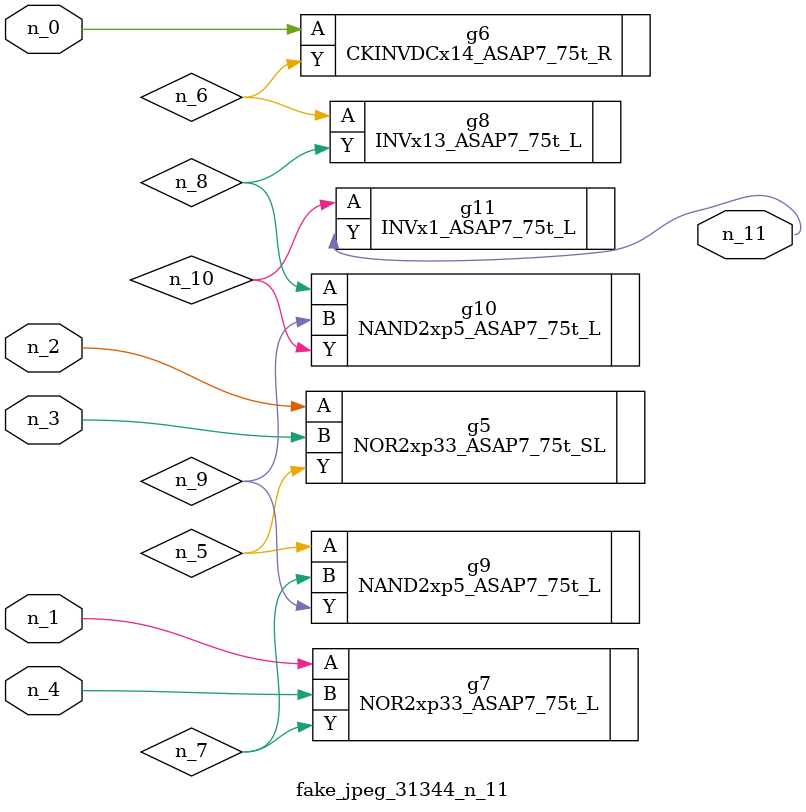
<source format=v>
module fake_jpeg_31344_n_11 (n_3, n_2, n_1, n_0, n_4, n_11);

input n_3;
input n_2;
input n_1;
input n_0;
input n_4;

output n_11;

wire n_10;
wire n_8;
wire n_9;
wire n_6;
wire n_5;
wire n_7;

NOR2xp33_ASAP7_75t_SL g5 ( 
.A(n_2),
.B(n_3),
.Y(n_5)
);

CKINVDCx14_ASAP7_75t_R g6 ( 
.A(n_0),
.Y(n_6)
);

NOR2xp33_ASAP7_75t_L g7 ( 
.A(n_1),
.B(n_4),
.Y(n_7)
);

INVx13_ASAP7_75t_L g8 ( 
.A(n_6),
.Y(n_8)
);

NAND2xp5_ASAP7_75t_L g10 ( 
.A(n_8),
.B(n_9),
.Y(n_10)
);

NAND2xp5_ASAP7_75t_L g9 ( 
.A(n_5),
.B(n_7),
.Y(n_9)
);

INVx1_ASAP7_75t_L g11 ( 
.A(n_10),
.Y(n_11)
);


endmodule
</source>
